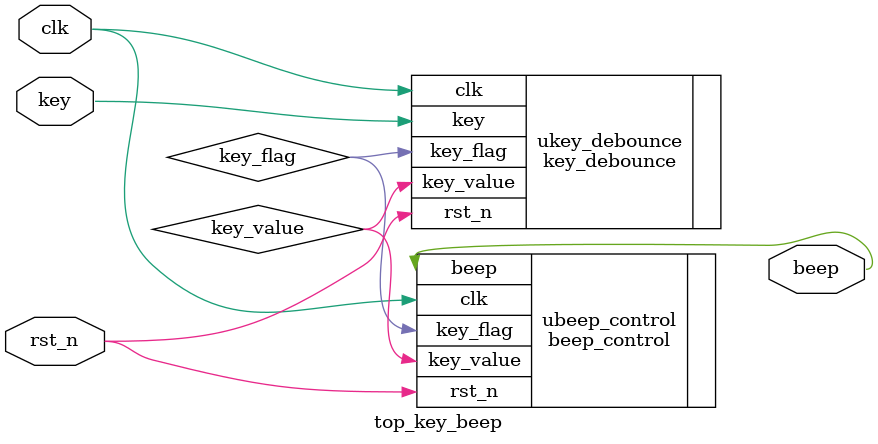
<source format=v>
module top_key_beep(
    input clk,
    input rst_n,
    input key,
    output beep
);

wire key_flag;
wire key_value;

key_debounce  ukey_debounce(
     .clk         (clk),
     .rst_n       (rst_n),
     .key         (key),
     .key_value   (key_value),
     .key_flag    (key_flag)

);

beep_control ubeep_control(
    .clk          (clk),
    .rst_n        (rst_n),

    .key_flag     (key_flag),
    .key_value    (key_value),
    .beep         (beep)
);

endmodule // top_key_beep
    
</source>
